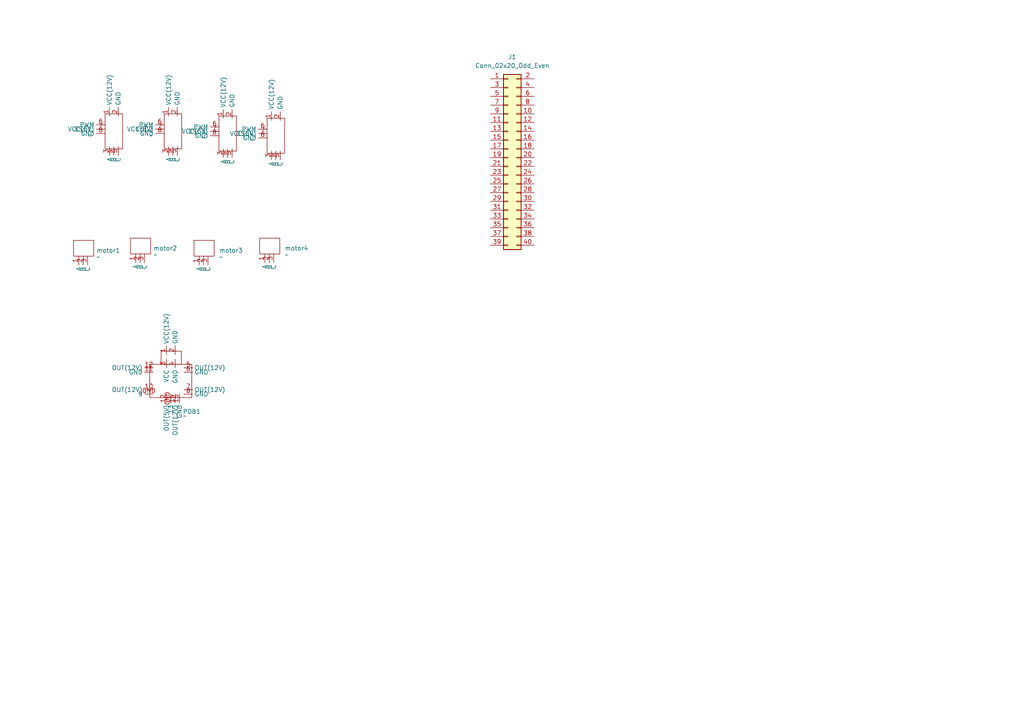
<source format=kicad_sch>
(kicad_sch
	(version 20231120)
	(generator "eeschema")
	(generator_version "8.0")
	(uuid "ab736a42-2093-4683-8c2a-a293ea374687")
	(paper "A4")
	(lib_symbols
		(symbol "Connector_Generic:Conn_02x20_Odd_Even"
			(pin_names
				(offset 1.016) hide)
			(exclude_from_sim no)
			(in_bom yes)
			(on_board yes)
			(property "Reference" "J"
				(at 1.27 25.4 0)
				(effects
					(font
						(size 1.27 1.27)
					)
				)
			)
			(property "Value" "Conn_02x20_Odd_Even"
				(at 1.27 -27.94 0)
				(effects
					(font
						(size 1.27 1.27)
					)
				)
			)
			(property "Footprint" ""
				(at 0 0 0)
				(effects
					(font
						(size 1.27 1.27)
					)
					(hide yes)
				)
			)
			(property "Datasheet" "~"
				(at 0 0 0)
				(effects
					(font
						(size 1.27 1.27)
					)
					(hide yes)
				)
			)
			(property "Description" "Generic connector, double row, 02x20, odd/even pin numbering scheme (row 1 odd numbers, row 2 even numbers), script generated (kicad-library-utils/schlib/autogen/connector/)"
				(at 0 0 0)
				(effects
					(font
						(size 1.27 1.27)
					)
					(hide yes)
				)
			)
			(property "ki_keywords" "connector"
				(at 0 0 0)
				(effects
					(font
						(size 1.27 1.27)
					)
					(hide yes)
				)
			)
			(property "ki_fp_filters" "Connector*:*_2x??_*"
				(at 0 0 0)
				(effects
					(font
						(size 1.27 1.27)
					)
					(hide yes)
				)
			)
			(symbol "Conn_02x20_Odd_Even_1_1"
				(rectangle
					(start -1.27 -25.273)
					(end 0 -25.527)
					(stroke
						(width 0.1524)
						(type default)
					)
					(fill
						(type none)
					)
				)
				(rectangle
					(start -1.27 -22.733)
					(end 0 -22.987)
					(stroke
						(width 0.1524)
						(type default)
					)
					(fill
						(type none)
					)
				)
				(rectangle
					(start -1.27 -20.193)
					(end 0 -20.447)
					(stroke
						(width 0.1524)
						(type default)
					)
					(fill
						(type none)
					)
				)
				(rectangle
					(start -1.27 -17.653)
					(end 0 -17.907)
					(stroke
						(width 0.1524)
						(type default)
					)
					(fill
						(type none)
					)
				)
				(rectangle
					(start -1.27 -15.113)
					(end 0 -15.367)
					(stroke
						(width 0.1524)
						(type default)
					)
					(fill
						(type none)
					)
				)
				(rectangle
					(start -1.27 -12.573)
					(end 0 -12.827)
					(stroke
						(width 0.1524)
						(type default)
					)
					(fill
						(type none)
					)
				)
				(rectangle
					(start -1.27 -10.033)
					(end 0 -10.287)
					(stroke
						(width 0.1524)
						(type default)
					)
					(fill
						(type none)
					)
				)
				(rectangle
					(start -1.27 -7.493)
					(end 0 -7.747)
					(stroke
						(width 0.1524)
						(type default)
					)
					(fill
						(type none)
					)
				)
				(rectangle
					(start -1.27 -4.953)
					(end 0 -5.207)
					(stroke
						(width 0.1524)
						(type default)
					)
					(fill
						(type none)
					)
				)
				(rectangle
					(start -1.27 -2.413)
					(end 0 -2.667)
					(stroke
						(width 0.1524)
						(type default)
					)
					(fill
						(type none)
					)
				)
				(rectangle
					(start -1.27 0.127)
					(end 0 -0.127)
					(stroke
						(width 0.1524)
						(type default)
					)
					(fill
						(type none)
					)
				)
				(rectangle
					(start -1.27 2.667)
					(end 0 2.413)
					(stroke
						(width 0.1524)
						(type default)
					)
					(fill
						(type none)
					)
				)
				(rectangle
					(start -1.27 5.207)
					(end 0 4.953)
					(stroke
						(width 0.1524)
						(type default)
					)
					(fill
						(type none)
					)
				)
				(rectangle
					(start -1.27 7.747)
					(end 0 7.493)
					(stroke
						(width 0.1524)
						(type default)
					)
					(fill
						(type none)
					)
				)
				(rectangle
					(start -1.27 10.287)
					(end 0 10.033)
					(stroke
						(width 0.1524)
						(type default)
					)
					(fill
						(type none)
					)
				)
				(rectangle
					(start -1.27 12.827)
					(end 0 12.573)
					(stroke
						(width 0.1524)
						(type default)
					)
					(fill
						(type none)
					)
				)
				(rectangle
					(start -1.27 15.367)
					(end 0 15.113)
					(stroke
						(width 0.1524)
						(type default)
					)
					(fill
						(type none)
					)
				)
				(rectangle
					(start -1.27 17.907)
					(end 0 17.653)
					(stroke
						(width 0.1524)
						(type default)
					)
					(fill
						(type none)
					)
				)
				(rectangle
					(start -1.27 20.447)
					(end 0 20.193)
					(stroke
						(width 0.1524)
						(type default)
					)
					(fill
						(type none)
					)
				)
				(rectangle
					(start -1.27 22.987)
					(end 0 22.733)
					(stroke
						(width 0.1524)
						(type default)
					)
					(fill
						(type none)
					)
				)
				(rectangle
					(start -1.27 24.13)
					(end 3.81 -26.67)
					(stroke
						(width 0.254)
						(type default)
					)
					(fill
						(type background)
					)
				)
				(rectangle
					(start 3.81 -25.273)
					(end 2.54 -25.527)
					(stroke
						(width 0.1524)
						(type default)
					)
					(fill
						(type none)
					)
				)
				(rectangle
					(start 3.81 -22.733)
					(end 2.54 -22.987)
					(stroke
						(width 0.1524)
						(type default)
					)
					(fill
						(type none)
					)
				)
				(rectangle
					(start 3.81 -20.193)
					(end 2.54 -20.447)
					(stroke
						(width 0.1524)
						(type default)
					)
					(fill
						(type none)
					)
				)
				(rectangle
					(start 3.81 -17.653)
					(end 2.54 -17.907)
					(stroke
						(width 0.1524)
						(type default)
					)
					(fill
						(type none)
					)
				)
				(rectangle
					(start 3.81 -15.113)
					(end 2.54 -15.367)
					(stroke
						(width 0.1524)
						(type default)
					)
					(fill
						(type none)
					)
				)
				(rectangle
					(start 3.81 -12.573)
					(end 2.54 -12.827)
					(stroke
						(width 0.1524)
						(type default)
					)
					(fill
						(type none)
					)
				)
				(rectangle
					(start 3.81 -10.033)
					(end 2.54 -10.287)
					(stroke
						(width 0.1524)
						(type default)
					)
					(fill
						(type none)
					)
				)
				(rectangle
					(start 3.81 -7.493)
					(end 2.54 -7.747)
					(stroke
						(width 0.1524)
						(type default)
					)
					(fill
						(type none)
					)
				)
				(rectangle
					(start 3.81 -4.953)
					(end 2.54 -5.207)
					(stroke
						(width 0.1524)
						(type default)
					)
					(fill
						(type none)
					)
				)
				(rectangle
					(start 3.81 -2.413)
					(end 2.54 -2.667)
					(stroke
						(width 0.1524)
						(type default)
					)
					(fill
						(type none)
					)
				)
				(rectangle
					(start 3.81 0.127)
					(end 2.54 -0.127)
					(stroke
						(width 0.1524)
						(type default)
					)
					(fill
						(type none)
					)
				)
				(rectangle
					(start 3.81 2.667)
					(end 2.54 2.413)
					(stroke
						(width 0.1524)
						(type default)
					)
					(fill
						(type none)
					)
				)
				(rectangle
					(start 3.81 5.207)
					(end 2.54 4.953)
					(stroke
						(width 0.1524)
						(type default)
					)
					(fill
						(type none)
					)
				)
				(rectangle
					(start 3.81 7.747)
					(end 2.54 7.493)
					(stroke
						(width 0.1524)
						(type default)
					)
					(fill
						(type none)
					)
				)
				(rectangle
					(start 3.81 10.287)
					(end 2.54 10.033)
					(stroke
						(width 0.1524)
						(type default)
					)
					(fill
						(type none)
					)
				)
				(rectangle
					(start 3.81 12.827)
					(end 2.54 12.573)
					(stroke
						(width 0.1524)
						(type default)
					)
					(fill
						(type none)
					)
				)
				(rectangle
					(start 3.81 15.367)
					(end 2.54 15.113)
					(stroke
						(width 0.1524)
						(type default)
					)
					(fill
						(type none)
					)
				)
				(rectangle
					(start 3.81 17.907)
					(end 2.54 17.653)
					(stroke
						(width 0.1524)
						(type default)
					)
					(fill
						(type none)
					)
				)
				(rectangle
					(start 3.81 20.447)
					(end 2.54 20.193)
					(stroke
						(width 0.1524)
						(type default)
					)
					(fill
						(type none)
					)
				)
				(rectangle
					(start 3.81 22.987)
					(end 2.54 22.733)
					(stroke
						(width 0.1524)
						(type default)
					)
					(fill
						(type none)
					)
				)
				(pin passive line
					(at -5.08 22.86 0)
					(length 3.81)
					(name "Pin_1"
						(effects
							(font
								(size 1.27 1.27)
							)
						)
					)
					(number "1"
						(effects
							(font
								(size 1.27 1.27)
							)
						)
					)
				)
				(pin passive line
					(at 7.62 12.7 180)
					(length 3.81)
					(name "Pin_10"
						(effects
							(font
								(size 1.27 1.27)
							)
						)
					)
					(number "10"
						(effects
							(font
								(size 1.27 1.27)
							)
						)
					)
				)
				(pin passive line
					(at -5.08 10.16 0)
					(length 3.81)
					(name "Pin_11"
						(effects
							(font
								(size 1.27 1.27)
							)
						)
					)
					(number "11"
						(effects
							(font
								(size 1.27 1.27)
							)
						)
					)
				)
				(pin passive line
					(at 7.62 10.16 180)
					(length 3.81)
					(name "Pin_12"
						(effects
							(font
								(size 1.27 1.27)
							)
						)
					)
					(number "12"
						(effects
							(font
								(size 1.27 1.27)
							)
						)
					)
				)
				(pin passive line
					(at -5.08 7.62 0)
					(length 3.81)
					(name "Pin_13"
						(effects
							(font
								(size 1.27 1.27)
							)
						)
					)
					(number "13"
						(effects
							(font
								(size 1.27 1.27)
							)
						)
					)
				)
				(pin passive line
					(at 7.62 7.62 180)
					(length 3.81)
					(name "Pin_14"
						(effects
							(font
								(size 1.27 1.27)
							)
						)
					)
					(number "14"
						(effects
							(font
								(size 1.27 1.27)
							)
						)
					)
				)
				(pin passive line
					(at -5.08 5.08 0)
					(length 3.81)
					(name "Pin_15"
						(effects
							(font
								(size 1.27 1.27)
							)
						)
					)
					(number "15"
						(effects
							(font
								(size 1.27 1.27)
							)
						)
					)
				)
				(pin passive line
					(at 7.62 5.08 180)
					(length 3.81)
					(name "Pin_16"
						(effects
							(font
								(size 1.27 1.27)
							)
						)
					)
					(number "16"
						(effects
							(font
								(size 1.27 1.27)
							)
						)
					)
				)
				(pin passive line
					(at -5.08 2.54 0)
					(length 3.81)
					(name "Pin_17"
						(effects
							(font
								(size 1.27 1.27)
							)
						)
					)
					(number "17"
						(effects
							(font
								(size 1.27 1.27)
							)
						)
					)
				)
				(pin passive line
					(at 7.62 2.54 180)
					(length 3.81)
					(name "Pin_18"
						(effects
							(font
								(size 1.27 1.27)
							)
						)
					)
					(number "18"
						(effects
							(font
								(size 1.27 1.27)
							)
						)
					)
				)
				(pin passive line
					(at -5.08 0 0)
					(length 3.81)
					(name "Pin_19"
						(effects
							(font
								(size 1.27 1.27)
							)
						)
					)
					(number "19"
						(effects
							(font
								(size 1.27 1.27)
							)
						)
					)
				)
				(pin passive line
					(at 7.62 22.86 180)
					(length 3.81)
					(name "Pin_2"
						(effects
							(font
								(size 1.27 1.27)
							)
						)
					)
					(number "2"
						(effects
							(font
								(size 1.27 1.27)
							)
						)
					)
				)
				(pin passive line
					(at 7.62 0 180)
					(length 3.81)
					(name "Pin_20"
						(effects
							(font
								(size 1.27 1.27)
							)
						)
					)
					(number "20"
						(effects
							(font
								(size 1.27 1.27)
							)
						)
					)
				)
				(pin passive line
					(at -5.08 -2.54 0)
					(length 3.81)
					(name "Pin_21"
						(effects
							(font
								(size 1.27 1.27)
							)
						)
					)
					(number "21"
						(effects
							(font
								(size 1.27 1.27)
							)
						)
					)
				)
				(pin passive line
					(at 7.62 -2.54 180)
					(length 3.81)
					(name "Pin_22"
						(effects
							(font
								(size 1.27 1.27)
							)
						)
					)
					(number "22"
						(effects
							(font
								(size 1.27 1.27)
							)
						)
					)
				)
				(pin passive line
					(at -5.08 -5.08 0)
					(length 3.81)
					(name "Pin_23"
						(effects
							(font
								(size 1.27 1.27)
							)
						)
					)
					(number "23"
						(effects
							(font
								(size 1.27 1.27)
							)
						)
					)
				)
				(pin passive line
					(at 7.62 -5.08 180)
					(length 3.81)
					(name "Pin_24"
						(effects
							(font
								(size 1.27 1.27)
							)
						)
					)
					(number "24"
						(effects
							(font
								(size 1.27 1.27)
							)
						)
					)
				)
				(pin passive line
					(at -5.08 -7.62 0)
					(length 3.81)
					(name "Pin_25"
						(effects
							(font
								(size 1.27 1.27)
							)
						)
					)
					(number "25"
						(effects
							(font
								(size 1.27 1.27)
							)
						)
					)
				)
				(pin passive line
					(at 7.62 -7.62 180)
					(length 3.81)
					(name "Pin_26"
						(effects
							(font
								(size 1.27 1.27)
							)
						)
					)
					(number "26"
						(effects
							(font
								(size 1.27 1.27)
							)
						)
					)
				)
				(pin passive line
					(at -5.08 -10.16 0)
					(length 3.81)
					(name "Pin_27"
						(effects
							(font
								(size 1.27 1.27)
							)
						)
					)
					(number "27"
						(effects
							(font
								(size 1.27 1.27)
							)
						)
					)
				)
				(pin passive line
					(at 7.62 -10.16 180)
					(length 3.81)
					(name "Pin_28"
						(effects
							(font
								(size 1.27 1.27)
							)
						)
					)
					(number "28"
						(effects
							(font
								(size 1.27 1.27)
							)
						)
					)
				)
				(pin passive line
					(at -5.08 -12.7 0)
					(length 3.81)
					(name "Pin_29"
						(effects
							(font
								(size 1.27 1.27)
							)
						)
					)
					(number "29"
						(effects
							(font
								(size 1.27 1.27)
							)
						)
					)
				)
				(pin passive line
					(at -5.08 20.32 0)
					(length 3.81)
					(name "Pin_3"
						(effects
							(font
								(size 1.27 1.27)
							)
						)
					)
					(number "3"
						(effects
							(font
								(size 1.27 1.27)
							)
						)
					)
				)
				(pin passive line
					(at 7.62 -12.7 180)
					(length 3.81)
					(name "Pin_30"
						(effects
							(font
								(size 1.27 1.27)
							)
						)
					)
					(number "30"
						(effects
							(font
								(size 1.27 1.27)
							)
						)
					)
				)
				(pin passive line
					(at -5.08 -15.24 0)
					(length 3.81)
					(name "Pin_31"
						(effects
							(font
								(size 1.27 1.27)
							)
						)
					)
					(number "31"
						(effects
							(font
								(size 1.27 1.27)
							)
						)
					)
				)
				(pin passive line
					(at 7.62 -15.24 180)
					(length 3.81)
					(name "Pin_32"
						(effects
							(font
								(size 1.27 1.27)
							)
						)
					)
					(number "32"
						(effects
							(font
								(size 1.27 1.27)
							)
						)
					)
				)
				(pin passive line
					(at -5.08 -17.78 0)
					(length 3.81)
					(name "Pin_33"
						(effects
							(font
								(size 1.27 1.27)
							)
						)
					)
					(number "33"
						(effects
							(font
								(size 1.27 1.27)
							)
						)
					)
				)
				(pin passive line
					(at 7.62 -17.78 180)
					(length 3.81)
					(name "Pin_34"
						(effects
							(font
								(size 1.27 1.27)
							)
						)
					)
					(number "34"
						(effects
							(font
								(size 1.27 1.27)
							)
						)
					)
				)
				(pin passive line
					(at -5.08 -20.32 0)
					(length 3.81)
					(name "Pin_35"
						(effects
							(font
								(size 1.27 1.27)
							)
						)
					)
					(number "35"
						(effects
							(font
								(size 1.27 1.27)
							)
						)
					)
				)
				(pin passive line
					(at 7.62 -20.32 180)
					(length 3.81)
					(name "Pin_36"
						(effects
							(font
								(size 1.27 1.27)
							)
						)
					)
					(number "36"
						(effects
							(font
								(size 1.27 1.27)
							)
						)
					)
				)
				(pin passive line
					(at -5.08 -22.86 0)
					(length 3.81)
					(name "Pin_37"
						(effects
							(font
								(size 1.27 1.27)
							)
						)
					)
					(number "37"
						(effects
							(font
								(size 1.27 1.27)
							)
						)
					)
				)
				(pin passive line
					(at 7.62 -22.86 180)
					(length 3.81)
					(name "Pin_38"
						(effects
							(font
								(size 1.27 1.27)
							)
						)
					)
					(number "38"
						(effects
							(font
								(size 1.27 1.27)
							)
						)
					)
				)
				(pin passive line
					(at -5.08 -25.4 0)
					(length 3.81)
					(name "Pin_39"
						(effects
							(font
								(size 1.27 1.27)
							)
						)
					)
					(number "39"
						(effects
							(font
								(size 1.27 1.27)
							)
						)
					)
				)
				(pin passive line
					(at 7.62 20.32 180)
					(length 3.81)
					(name "Pin_4"
						(effects
							(font
								(size 1.27 1.27)
							)
						)
					)
					(number "4"
						(effects
							(font
								(size 1.27 1.27)
							)
						)
					)
				)
				(pin passive line
					(at 7.62 -25.4 180)
					(length 3.81)
					(name "Pin_40"
						(effects
							(font
								(size 1.27 1.27)
							)
						)
					)
					(number "40"
						(effects
							(font
								(size 1.27 1.27)
							)
						)
					)
				)
				(pin passive line
					(at -5.08 17.78 0)
					(length 3.81)
					(name "Pin_5"
						(effects
							(font
								(size 1.27 1.27)
							)
						)
					)
					(number "5"
						(effects
							(font
								(size 1.27 1.27)
							)
						)
					)
				)
				(pin passive line
					(at 7.62 17.78 180)
					(length 3.81)
					(name "Pin_6"
						(effects
							(font
								(size 1.27 1.27)
							)
						)
					)
					(number "6"
						(effects
							(font
								(size 1.27 1.27)
							)
						)
					)
				)
				(pin passive line
					(at -5.08 15.24 0)
					(length 3.81)
					(name "Pin_7"
						(effects
							(font
								(size 1.27 1.27)
							)
						)
					)
					(number "7"
						(effects
							(font
								(size 1.27 1.27)
							)
						)
					)
				)
				(pin passive line
					(at 7.62 15.24 180)
					(length 3.81)
					(name "Pin_8"
						(effects
							(font
								(size 1.27 1.27)
							)
						)
					)
					(number "8"
						(effects
							(font
								(size 1.27 1.27)
							)
						)
					)
				)
				(pin passive line
					(at -5.08 12.7 0)
					(length 3.81)
					(name "Pin_9"
						(effects
							(font
								(size 1.27 1.27)
							)
						)
					)
					(number "9"
						(effects
							(font
								(size 1.27 1.27)
							)
						)
					)
				)
			)
		)
		(symbol "drone:ESC"
			(exclude_from_sim no)
			(in_bom yes)
			(on_board yes)
			(property "Reference" "ESC"
				(at 0 0 0)
				(effects
					(font
						(size 1.27 1.27)
					)
				)
			)
			(property "Value" ""
				(at 0 0 0)
				(effects
					(font
						(size 1.27 1.27)
					)
				)
			)
			(property "Footprint" ""
				(at 0 0 0)
				(effects
					(font
						(size 1.27 1.27)
					)
					(hide yes)
				)
			)
			(property "Datasheet" ""
				(at 0 0 0)
				(effects
					(font
						(size 1.27 1.27)
					)
					(hide yes)
				)
			)
			(property "Description" ""
				(at 0 0 0)
				(effects
					(font
						(size 1.27 1.27)
					)
					(hide yes)
				)
			)
			(symbol "ESC_0_1"
				(rectangle
					(start -2.54 3.175)
					(end 2.54 -6.985)
					(stroke
						(width 0)
						(type default)
					)
					(fill
						(type none)
					)
				)
			)
			(symbol "ESC_1_1"
				(pin input line
					(at -1.27 2.54 90)
					(length 2.54)
					(name "VCC(12V)"
						(effects
							(font
								(size 1.27 1.27)
							)
						)
					)
					(number "1"
						(effects
							(font
								(size 1.27 1.27)
							)
						)
					)
				)
				(pin input line
					(at 1.27 2.54 90)
					(length 2.54)
					(name "GND"
						(effects
							(font
								(size 1.27 1.27)
							)
						)
					)
					(number "2"
						(effects
							(font
								(size 1.27 1.27)
							)
						)
					)
				)
				(pin output line
					(at -1.27 -6.35 270)
					(length 2.54)
					(name "A"
						(effects
							(font
								(size 1.27 1.27)
							)
						)
					)
					(number "3"
						(effects
							(font
								(size 1.27 1.27)
							)
						)
					)
				)
				(pin output line
					(at 0 -6.35 270)
					(length 2.54)
					(name "B"
						(effects
							(font
								(size 1.27 1.27)
							)
						)
					)
					(number "4"
						(effects
							(font
								(size 1.27 1.27)
							)
						)
					)
				)
				(pin output line
					(at 1.27 -6.35 270)
					(length 2.54)
					(name "C"
						(effects
							(font
								(size 1.27 1.27)
							)
						)
					)
					(number "5"
						(effects
							(font
								(size 1.27 1.27)
							)
						)
					)
				)
				(pin input line
					(at -2.54 0 180)
					(length 2.54)
					(name "PWM"
						(effects
							(font
								(size 1.27 1.27)
							)
						)
					)
					(number "6"
						(effects
							(font
								(size 1.27 1.27)
							)
						)
					)
				)
				(pin input line
					(at -2.54 -1.27 180)
					(length 2.54)
					(name "VCC(5V)"
						(effects
							(font
								(size 1.27 1.27)
							)
						)
					)
					(number "7"
						(effects
							(font
								(size 1.27 1.27)
							)
						)
					)
				)
				(pin input line
					(at -2.54 -2.54 180)
					(length 2.54)
					(name "GND"
						(effects
							(font
								(size 1.27 1.27)
							)
						)
					)
					(number "8"
						(effects
							(font
								(size 1.27 1.27)
							)
						)
					)
				)
			)
		)
		(symbol "drone:PDB"
			(exclude_from_sim no)
			(in_bom yes)
			(on_board yes)
			(property "Reference" "PDB"
				(at 0 0 0)
				(effects
					(font
						(size 1.27 1.27)
					)
				)
			)
			(property "Value" ""
				(at 0 0 0)
				(effects
					(font
						(size 1.27 1.27)
					)
				)
			)
			(property "Footprint" ""
				(at 0 0 0)
				(effects
					(font
						(size 1.27 1.27)
					)
					(hide yes)
				)
			)
			(property "Datasheet" ""
				(at 0 0 0)
				(effects
					(font
						(size 1.27 1.27)
					)
					(hide yes)
				)
			)
			(property "Description" ""
				(at 0 0 0)
				(effects
					(font
						(size 1.27 1.27)
					)
					(hide yes)
				)
			)
			(symbol "PDB_0_1"
				(rectangle
					(start -6.096 3.556)
					(end 6.096 -6.096)
					(stroke
						(width 0)
						(type default)
					)
					(fill
						(type none)
					)
				)
				(rectangle
					(start -2.794 3.556)
					(end 3.048 7.366)
					(stroke
						(width 0)
						(type default)
					)
					(fill
						(type none)
					)
				)
			)
			(symbol "PDB_1_1"
				(pin input line
					(at -1.27 6.35 90)
					(length 2.54)
					(name "VCC(12V)"
						(effects
							(font
								(size 1.27 1.27)
							)
						)
					)
					(number "1"
						(effects
							(font
								(size 1.27 1.27)
							)
						)
					)
				)
				(pin output line
					(at -5.08 -3.81 180)
					(length 2.54)
					(name "OUT(12V)"
						(effects
							(font
								(size 1.27 1.27)
							)
						)
					)
					(number "10"
						(effects
							(font
								(size 1.27 1.27)
							)
						)
					)
				)
				(pin output line
					(at -5.08 1.27 180)
					(length 2.54)
					(name "GND"
						(effects
							(font
								(size 1.27 1.27)
							)
						)
					)
					(number "11"
						(effects
							(font
								(size 1.27 1.27)
							)
						)
					)
				)
				(pin output line
					(at -5.08 2.54 180)
					(length 2.54)
					(name "OUT(12V)"
						(effects
							(font
								(size 1.27 1.27)
							)
						)
					)
					(number "12"
						(effects
							(font
								(size 1.27 1.27)
							)
						)
					)
				)
				(pin output line
					(at -1.27 -5.08 270)
					(length 2.54)
					(name "OUT(5V)"
						(effects
							(font
								(size 1.27 1.27)
							)
						)
					)
					(number "12"
						(effects
							(font
								(size 1.27 1.27)
							)
						)
					)
				)
				(pin output line
					(at 1.27 -5.08 270)
					(length 2.54)
					(name "OUT(12V)"
						(effects
							(font
								(size 1.27 1.27)
							)
						)
					)
					(number "14"
						(effects
							(font
								(size 1.27 1.27)
							)
						)
					)
				)
				(pin output line
					(at 2.54 -5.08 270)
					(length 2.54)
					(name "GND"
						(effects
							(font
								(size 1.27 1.27)
							)
						)
					)
					(number "15"
						(effects
							(font
								(size 1.27 1.27)
							)
						)
					)
				)
				(pin input line
					(at 1.27 6.35 90)
					(length 2.54)
					(name "GND"
						(effects
							(font
								(size 1.27 1.27)
							)
						)
					)
					(number "2"
						(effects
							(font
								(size 1.27 1.27)
							)
						)
					)
				)
				(pin input line
					(at -1.27 5.08 270)
					(length 2.54)
					(name "VCC"
						(effects
							(font
								(size 1.27 1.27)
							)
						)
					)
					(number "3"
						(effects
							(font
								(size 1.27 1.27)
							)
						)
					)
				)
				(pin input line
					(at 1.27 5.08 270)
					(length 2.54)
					(name "GND"
						(effects
							(font
								(size 1.27 1.27)
							)
						)
					)
					(number "4"
						(effects
							(font
								(size 1.27 1.27)
							)
						)
					)
				)
				(pin output line
					(at 3.81 2.54 0)
					(length 2.54)
					(name "OUT(12V)"
						(effects
							(font
								(size 1.27 1.27)
							)
						)
					)
					(number "5"
						(effects
							(font
								(size 1.27 1.27)
							)
						)
					)
				)
				(pin output line
					(at 3.81 1.27 0)
					(length 2.54)
					(name "GND"
						(effects
							(font
								(size 1.27 1.27)
							)
						)
					)
					(number "6"
						(effects
							(font
								(size 1.27 1.27)
							)
						)
					)
				)
				(pin output line
					(at 3.81 -3.81 0)
					(length 2.54)
					(name "OUT(12V)"
						(effects
							(font
								(size 1.27 1.27)
							)
						)
					)
					(number "7"
						(effects
							(font
								(size 1.27 1.27)
							)
						)
					)
				)
				(pin output line
					(at 3.81 -5.08 0)
					(length 2.54)
					(name "GND"
						(effects
							(font
								(size 1.27 1.27)
							)
						)
					)
					(number "8"
						(effects
							(font
								(size 1.27 1.27)
							)
						)
					)
				)
				(pin output line
					(at 0 -5.08 270)
					(length 2.54)
					(name "13"
						(effects
							(font
								(size 1.27 1.27)
							)
						)
					)
					(number "GND"
						(effects
							(font
								(size 1.27 1.27)
							)
						)
					)
				)
				(pin output line
					(at -5.08 -5.08 180)
					(length 2.54)
					(name "9"
						(effects
							(font
								(size 1.27 1.27)
							)
						)
					)
					(number "GND"
						(effects
							(font
								(size 1.27 1.27)
							)
						)
					)
				)
			)
		)
		(symbol "drone:motor"
			(exclude_from_sim no)
			(in_bom yes)
			(on_board yes)
			(property "Reference" "motor"
				(at 0 0 0)
				(effects
					(font
						(size 1.27 1.27)
					)
				)
			)
			(property "Value" ""
				(at 0 0 0)
				(effects
					(font
						(size 1.27 1.27)
					)
				)
			)
			(property "Footprint" ""
				(at 0 0 0)
				(effects
					(font
						(size 1.27 1.27)
					)
					(hide yes)
				)
			)
			(property "Datasheet" ""
				(at 0 0 0)
				(effects
					(font
						(size 1.27 1.27)
					)
					(hide yes)
				)
			)
			(property "Description" ""
				(at 0 0 0)
				(effects
					(font
						(size 1.27 1.27)
					)
					(hide yes)
				)
			)
			(symbol "motor_0_1"
				(rectangle
					(start -2.794 2.032)
					(end 3.048 -2.54)
					(stroke
						(width 0)
						(type default)
					)
					(fill
						(type none)
					)
				)
			)
			(symbol "motor_1_1"
				(pin input line
					(at -1.27 -2.54 270)
					(length 2.54)
					(name "A"
						(effects
							(font
								(size 1.27 1.27)
							)
						)
					)
					(number "1"
						(effects
							(font
								(size 1.27 1.27)
							)
						)
					)
				)
				(pin input line
					(at 0 -2.54 270)
					(length 2.54)
					(name "B"
						(effects
							(font
								(size 1.27 1.27)
							)
						)
					)
					(number "2"
						(effects
							(font
								(size 1.27 1.27)
							)
						)
					)
				)
				(pin input line
					(at 1.27 -2.54 270)
					(length 2.54)
					(name "C"
						(effects
							(font
								(size 1.27 1.27)
							)
						)
					)
					(number "3"
						(effects
							(font
								(size 1.27 1.27)
							)
						)
					)
				)
			)
		)
	)
	(symbol
		(lib_id "drone:motor")
		(at 78.105 71.12 0)
		(unit 1)
		(exclude_from_sim no)
		(in_bom yes)
		(on_board yes)
		(dnp no)
		(fields_autoplaced yes)
		(uuid "18a850e2-76ee-40f4-9ec7-6df556352d95")
		(property "Reference" "motor4"
			(at 82.55 72.0089 0)
			(effects
				(font
					(size 1.27 1.27)
				)
				(justify left)
			)
		)
		(property "Value" "~"
			(at 82.55 73.914 0)
			(effects
				(font
					(size 1.27 1.27)
				)
				(justify left)
			)
		)
		(property "Footprint" ""
			(at 78.105 71.12 0)
			(effects
				(font
					(size 1.27 1.27)
				)
				(hide yes)
			)
		)
		(property "Datasheet" ""
			(at 78.105 71.12 0)
			(effects
				(font
					(size 1.27 1.27)
				)
				(hide yes)
			)
		)
		(property "Description" ""
			(at 78.105 71.12 0)
			(effects
				(font
					(size 1.27 1.27)
				)
				(hide yes)
			)
		)
		(pin "3"
			(uuid "a2a305d1-a41e-47ab-a3c2-f9f0a913d40c")
		)
		(pin "1"
			(uuid "2dbd47f9-8d58-447a-b1a0-4fae4cc36d4e")
		)
		(pin "2"
			(uuid "05d788fc-ac42-4fbe-8b0f-328356995982")
		)
		(instances
			(project ""
				(path "/ab736a42-2093-4683-8c2a-a293ea374687"
					(reference "motor4")
					(unit 1)
				)
			)
		)
	)
	(symbol
		(lib_id "drone:motor")
		(at 40.64 71.12 0)
		(unit 1)
		(exclude_from_sim no)
		(in_bom yes)
		(on_board yes)
		(dnp no)
		(fields_autoplaced yes)
		(uuid "52663069-3046-416c-aa41-8acb1db7c750")
		(property "Reference" "motor2"
			(at 44.45 72.0089 0)
			(effects
				(font
					(size 1.27 1.27)
				)
				(justify left)
			)
		)
		(property "Value" "~"
			(at 44.45 73.914 0)
			(effects
				(font
					(size 1.27 1.27)
				)
				(justify left)
			)
		)
		(property "Footprint" ""
			(at 40.64 71.12 0)
			(effects
				(font
					(size 1.27 1.27)
				)
				(hide yes)
			)
		)
		(property "Datasheet" ""
			(at 40.64 71.12 0)
			(effects
				(font
					(size 1.27 1.27)
				)
				(hide yes)
			)
		)
		(property "Description" ""
			(at 40.64 71.12 0)
			(effects
				(font
					(size 1.27 1.27)
				)
				(hide yes)
			)
		)
		(pin "2"
			(uuid "d24e9875-1362-4078-b26f-3961a6000527")
		)
		(pin "1"
			(uuid "8b6aa3a6-d2d4-4a45-ab30-fb2a64ff9364")
		)
		(pin "3"
			(uuid "850a4a36-46a1-43a6-bda3-cf469cfec74c")
		)
		(instances
			(project ""
				(path "/ab736a42-2093-4683-8c2a-a293ea374687"
					(reference "motor2")
					(unit 1)
				)
			)
		)
	)
	(symbol
		(lib_id "drone:ESC")
		(at 33.02 36.195 0)
		(unit 1)
		(exclude_from_sim no)
		(in_bom yes)
		(on_board yes)
		(dnp no)
		(fields_autoplaced yes)
		(uuid "5af0b4f3-ff9a-45e0-a590-ecd2933f50a9")
		(property "Reference" "ESC1"
			(at 26.67 37.4649 0)
			(effects
				(font
					(size 1.27 1.27)
				)
				(justify right)
			)
		)
		(property "Value" "~"
			(at 26.67 39.37 0)
			(effects
				(font
					(size 1.27 1.27)
				)
				(justify right)
			)
		)
		(property "Footprint" ""
			(at 33.02 36.195 0)
			(effects
				(font
					(size 1.27 1.27)
				)
				(hide yes)
			)
		)
		(property "Datasheet" ""
			(at 33.02 36.195 0)
			(effects
				(font
					(size 1.27 1.27)
				)
				(hide yes)
			)
		)
		(property "Description" ""
			(at 33.02 36.195 0)
			(effects
				(font
					(size 1.27 1.27)
				)
				(hide yes)
			)
		)
		(pin "5"
			(uuid "0bb6b16c-7c2a-4e23-a616-191d7d504793")
		)
		(pin "1"
			(uuid "435be626-d7c7-47d2-bbb2-c4f22a821a3f")
		)
		(pin "3"
			(uuid "cce303cf-9bb1-411d-be57-ebdd3479cab4")
		)
		(pin "7"
			(uuid "2e9f22dc-37d0-41a4-bebc-6c330f2bec8f")
		)
		(pin "4"
			(uuid "73ac8507-bc2d-4dc7-9f12-d29eb640c291")
		)
		(pin "8"
			(uuid "7af35c9d-527e-474d-80a5-473ea263f0f1")
		)
		(pin "6"
			(uuid "e84d4e38-4cf8-4470-8b77-cb0c1c883d08")
		)
		(pin "2"
			(uuid "08c1dcfd-d824-485a-8fd4-06d8a9c5e275")
		)
		(instances
			(project ""
				(path "/ab736a42-2093-4683-8c2a-a293ea374687"
					(reference "ESC1")
					(unit 1)
				)
			)
		)
	)
	(symbol
		(lib_id "drone:PDB")
		(at 49.53 109.22 0)
		(unit 1)
		(exclude_from_sim no)
		(in_bom yes)
		(on_board yes)
		(dnp no)
		(fields_autoplaced yes)
		(uuid "717bd103-d664-4ed8-96b1-550b5ac6acaa")
		(property "Reference" "PDB1"
			(at 52.9941 119.38 0)
			(effects
				(font
					(size 1.27 1.27)
				)
				(justify left)
			)
		)
		(property "Value" "~"
			(at 52.9941 120.65 0)
			(effects
				(font
					(size 1.27 1.27)
				)
				(justify left)
			)
		)
		(property "Footprint" ""
			(at 49.53 109.22 0)
			(effects
				(font
					(size 1.27 1.27)
				)
				(hide yes)
			)
		)
		(property "Datasheet" ""
			(at 49.53 109.22 0)
			(effects
				(font
					(size 1.27 1.27)
				)
				(hide yes)
			)
		)
		(property "Description" ""
			(at 49.53 109.22 0)
			(effects
				(font
					(size 1.27 1.27)
				)
				(hide yes)
			)
		)
		(pin "7"
			(uuid "1ddb5f3c-068f-48dc-ae45-5cebd3dffd2e")
		)
		(pin "12"
			(uuid "a70ce8b1-1092-4014-8713-a0e29d6ed7a0")
		)
		(pin "8"
			(uuid "b43aad36-26a0-44c1-b5c1-87b174990787")
		)
		(pin "5"
			(uuid "d237c3dd-a71f-43fb-8088-4643955f8704")
		)
		(pin "GND"
			(uuid "5839f3d6-508e-46b4-86e6-62ed63586459")
		)
		(pin "12"
			(uuid "5ae4f94e-9caf-4b5b-8fa0-9dcd17109c4f")
		)
		(pin "15"
			(uuid "5b8840ac-45b0-4156-ba89-0be5720b9946")
		)
		(pin "2"
			(uuid "e7cb11fc-beef-43cc-a39f-b867a1d3b906")
		)
		(pin "4"
			(uuid "1243be80-abac-45c6-bd88-d38d3c7f5633")
		)
		(pin "6"
			(uuid "2d8fb9a5-2a32-414b-aeb6-dbabd98cea11")
		)
		(pin "11"
			(uuid "9456fe32-4d32-44b0-b60a-b302eb2fbdf9")
		)
		(pin "1"
			(uuid "7f0c76e7-ebfa-4a51-b1b3-2450330a6fd3")
		)
		(pin "14"
			(uuid "97bc0aaf-d8f1-4177-8f70-d1004540675f")
		)
		(pin "GND"
			(uuid "36e2c326-8dff-4e23-b76e-8a9e75dbb573")
		)
		(pin "10"
			(uuid "24b77f32-46ed-4d90-afa6-0da85a4c2255")
		)
		(pin "3"
			(uuid "dcb182f3-cdaf-430a-a3d8-723200d34b1e")
		)
		(instances
			(project ""
				(path "/ab736a42-2093-4683-8c2a-a293ea374687"
					(reference "PDB1")
					(unit 1)
				)
			)
		)
	)
	(symbol
		(lib_id "drone:ESC")
		(at 80.01 37.465 0)
		(unit 1)
		(exclude_from_sim no)
		(in_bom yes)
		(on_board yes)
		(dnp no)
		(fields_autoplaced yes)
		(uuid "b0e31a9b-37fd-4bf9-8a8b-7dc135b4a4af")
		(property "Reference" "ESC4"
			(at 73.66 38.7349 0)
			(effects
				(font
					(size 1.27 1.27)
				)
				(justify right)
			)
		)
		(property "Value" "~"
			(at 73.66 40.64 0)
			(effects
				(font
					(size 1.27 1.27)
				)
				(justify right)
			)
		)
		(property "Footprint" ""
			(at 80.01 37.465 0)
			(effects
				(font
					(size 1.27 1.27)
				)
				(hide yes)
			)
		)
		(property "Datasheet" ""
			(at 80.01 37.465 0)
			(effects
				(font
					(size 1.27 1.27)
				)
				(hide yes)
			)
		)
		(property "Description" ""
			(at 80.01 37.465 0)
			(effects
				(font
					(size 1.27 1.27)
				)
				(hide yes)
			)
		)
		(pin "7"
			(uuid "02f410e1-3772-4c32-bf0e-0b4f48ad300c")
		)
		(pin "6"
			(uuid "faf63dcc-4173-4856-bf50-6fc56be8648f")
		)
		(pin "8"
			(uuid "a8d34f3c-e6fb-4c7e-a07d-44450e4ab95b")
		)
		(pin "5"
			(uuid "d91a9f86-bdc2-4af6-9f21-b12ea89b50f0")
		)
		(pin "1"
			(uuid "1da6ff1e-0b92-4bdc-92a4-8b6b0742a124")
		)
		(pin "2"
			(uuid "f3749cc2-80dd-4b1b-94b3-fdaaf80fa178")
		)
		(pin "3"
			(uuid "ace81d38-f811-4094-8ad2-6fb7e9c0882c")
		)
		(pin "4"
			(uuid "bebe31bc-f522-4013-bbe7-5aea279710a4")
		)
		(instances
			(project ""
				(path "/ab736a42-2093-4683-8c2a-a293ea374687"
					(reference "ESC4")
					(unit 1)
				)
			)
		)
	)
	(symbol
		(lib_id "Connector_Generic:Conn_02x20_Odd_Even")
		(at 147.32 45.72 0)
		(unit 1)
		(exclude_from_sim no)
		(in_bom yes)
		(on_board yes)
		(dnp no)
		(fields_autoplaced yes)
		(uuid "c8cda2b5-f3db-4655-a9ab-8ac8a11d0935")
		(property "Reference" "J1"
			(at 148.59 16.51 0)
			(effects
				(font
					(size 1.27 1.27)
				)
			)
		)
		(property "Value" "Conn_02x20_Odd_Even"
			(at 148.59 19.05 0)
			(effects
				(font
					(size 1.27 1.27)
				)
			)
		)
		(property "Footprint" ""
			(at 147.32 45.72 0)
			(effects
				(font
					(size 1.27 1.27)
				)
				(hide yes)
			)
		)
		(property "Datasheet" "~"
			(at 147.32 45.72 0)
			(effects
				(font
					(size 1.27 1.27)
				)
				(hide yes)
			)
		)
		(property "Description" "Generic connector, double row, 02x20, odd/even pin numbering scheme (row 1 odd numbers, row 2 even numbers), script generated (kicad-library-utils/schlib/autogen/connector/)"
			(at 147.32 45.72 0)
			(effects
				(font
					(size 1.27 1.27)
				)
				(hide yes)
			)
		)
		(pin "2"
			(uuid "25fc3d87-160c-49a5-a564-f355c0965d1e")
		)
		(pin "37"
			(uuid "39b96dcf-93ff-42e0-9018-7cabacc09807")
		)
		(pin "12"
			(uuid "6d094d28-e752-4111-88c8-4865ea2733cc")
		)
		(pin "22"
			(uuid "9a5a7ed2-c0c9-47f5-9d72-3cfaeb4ab6fd")
		)
		(pin "10"
			(uuid "565e1b54-68ca-4f53-ba28-cfa5c6fafaea")
		)
		(pin "14"
			(uuid "109f7835-cbae-4a8a-bca0-c38fe3698c9d")
		)
		(pin "24"
			(uuid "b041b3c7-2872-4f12-a96d-5367e4dc32a2")
		)
		(pin "15"
			(uuid "c7256c0a-c187-49aa-a6dc-96559254fb00")
		)
		(pin "17"
			(uuid "f49eb1c9-406a-4913-a4a4-d842671787c3")
		)
		(pin "19"
			(uuid "c38dacce-e172-4ce9-9fef-cce7a7f8717b")
		)
		(pin "18"
			(uuid "df1daa9b-4443-4a5b-9767-2681cfa32a8e")
		)
		(pin "20"
			(uuid "acca0e43-d3ca-40ee-ae36-f9a68d68e110")
		)
		(pin "23"
			(uuid "61a1c326-f4d7-4a7d-b0d4-27d51fc807bf")
		)
		(pin "25"
			(uuid "3960ffbc-2748-4b90-a0bc-19fa81fb2530")
		)
		(pin "30"
			(uuid "510f2e2f-7134-474c-b4eb-3699984bccd2")
		)
		(pin "29"
			(uuid "2281dfbd-89ce-4a86-b8f1-689b162d00c0")
		)
		(pin "36"
			(uuid "88a14e33-84b3-4819-b86e-781ce02f19fa")
		)
		(pin "31"
			(uuid "269d1471-a8ce-4a04-9f2c-d55a0251a3e8")
		)
		(pin "27"
			(uuid "b5ad846a-0560-47fa-867a-2d1dc2d0e411")
		)
		(pin "34"
			(uuid "e841578e-0821-41ec-8161-8261f3764bcc")
		)
		(pin "38"
			(uuid "cc0d80eb-04ad-45ba-9759-a4673451d361")
		)
		(pin "13"
			(uuid "f7a6597a-307f-434c-adbb-b3642ee0f979")
		)
		(pin "39"
			(uuid "296da9a3-6514-4912-a1a8-947781653056")
		)
		(pin "1"
			(uuid "ba7a084f-8839-406a-adb4-5d10318f4b54")
		)
		(pin "4"
			(uuid "9e4b46c8-93d2-4653-9de4-5d39500b8c50")
		)
		(pin "11"
			(uuid "b5f0a541-dc4a-4e90-95f4-fb1c0afbf1e3")
		)
		(pin "26"
			(uuid "677651e3-8b16-4a56-a7ef-9a192832e382")
		)
		(pin "33"
			(uuid "5aec0676-2ee9-46e5-9dea-2731dbed4bdc")
		)
		(pin "21"
			(uuid "734f76ab-a883-4666-bb0a-452f1769c7c3")
		)
		(pin "35"
			(uuid "b3c005d4-c60f-4b79-a189-524363639f3b")
		)
		(pin "40"
			(uuid "cf8de574-494f-4533-acb3-b753b2939f26")
		)
		(pin "32"
			(uuid "ec5af17f-815f-4635-b515-74252640ddbb")
		)
		(pin "28"
			(uuid "d02ee24e-5fb6-4605-8cb8-02b6b93ed252")
		)
		(pin "6"
			(uuid "2349ee94-779f-4122-81d7-2265e89c10bd")
		)
		(pin "5"
			(uuid "8ab9ca29-11a6-49c3-89de-a9ee1e70d519")
		)
		(pin "7"
			(uuid "2032870c-e502-4a76-a8ba-51c2c41d4b00")
		)
		(pin "8"
			(uuid "1f8372d0-1dab-4628-b72c-7d8e52428872")
		)
		(pin "9"
			(uuid "9f156a0d-5873-467c-a429-6eb4c7d81e2b")
		)
		(pin "16"
			(uuid "16542af9-1420-4191-8266-7070c796d1ef")
		)
		(pin "3"
			(uuid "31a03f70-df60-4cfa-8637-d8ce5cd0a729")
		)
		(instances
			(project ""
				(path "/ab736a42-2093-4683-8c2a-a293ea374687"
					(reference "J1")
					(unit 1)
				)
			)
		)
	)
	(symbol
		(lib_id "drone:ESC")
		(at 50.165 36.195 0)
		(unit 1)
		(exclude_from_sim no)
		(in_bom yes)
		(on_board yes)
		(dnp no)
		(fields_autoplaced yes)
		(uuid "d3283746-6b89-4999-b7e7-483e6b0eca36")
		(property "Reference" "ESC2"
			(at 44.45 37.4649 0)
			(effects
				(font
					(size 1.27 1.27)
				)
				(justify right)
			)
		)
		(property "Value" "~"
			(at 44.45 39.37 0)
			(effects
				(font
					(size 1.27 1.27)
				)
				(justify right)
			)
		)
		(property "Footprint" ""
			(at 50.165 36.195 0)
			(effects
				(font
					(size 1.27 1.27)
				)
				(hide yes)
			)
		)
		(property "Datasheet" ""
			(at 50.165 36.195 0)
			(effects
				(font
					(size 1.27 1.27)
				)
				(hide yes)
			)
		)
		(property "Description" ""
			(at 50.165 36.195 0)
			(effects
				(font
					(size 1.27 1.27)
				)
				(hide yes)
			)
		)
		(pin "4"
			(uuid "11701a91-f9a1-4d39-ba81-0e5172c9c2bb")
		)
		(pin "1"
			(uuid "c448e452-9214-44a8-9525-a7bfcf40223d")
		)
		(pin "7"
			(uuid "d3aa805e-a81e-4113-a81a-162fafdf3fef")
		)
		(pin "5"
			(uuid "83597da1-9c4b-4dab-8252-54d41271be04")
		)
		(pin "8"
			(uuid "21d4956f-33e8-4a06-b2fe-7cb57f00e573")
		)
		(pin "3"
			(uuid "e99d5559-651a-4b7a-9de1-4a5ef21d24a6")
		)
		(pin "2"
			(uuid "3d5435b9-3a8c-4484-b88c-bb08358984ce")
		)
		(pin "6"
			(uuid "90415778-dadc-4785-b32f-c190d5a07b2b")
		)
		(instances
			(project ""
				(path "/ab736a42-2093-4683-8c2a-a293ea374687"
					(reference "ESC2")
					(unit 1)
				)
			)
		)
	)
	(symbol
		(lib_id "drone:motor")
		(at 24.13 71.755 0)
		(unit 1)
		(exclude_from_sim no)
		(in_bom yes)
		(on_board yes)
		(dnp no)
		(fields_autoplaced yes)
		(uuid "e9a91f9c-362f-4e94-9803-61a8bb3396f3")
		(property "Reference" "motor1"
			(at 27.94 72.6439 0)
			(effects
				(font
					(size 1.27 1.27)
				)
				(justify left)
			)
		)
		(property "Value" "~"
			(at 27.94 74.549 0)
			(effects
				(font
					(size 1.27 1.27)
				)
				(justify left)
			)
		)
		(property "Footprint" ""
			(at 24.13 71.755 0)
			(effects
				(font
					(size 1.27 1.27)
				)
				(hide yes)
			)
		)
		(property "Datasheet" ""
			(at 24.13 71.755 0)
			(effects
				(font
					(size 1.27 1.27)
				)
				(hide yes)
			)
		)
		(property "Description" ""
			(at 24.13 71.755 0)
			(effects
				(font
					(size 1.27 1.27)
				)
				(hide yes)
			)
		)
		(pin "3"
			(uuid "1228a8c4-7c79-44bc-bbb5-93290a47b72a")
		)
		(pin "2"
			(uuid "e0f18f0a-993d-4015-9b88-4b1f61e4b453")
		)
		(pin "1"
			(uuid "5cc0c957-04bd-403d-ae2e-d0f6070bd5d2")
		)
		(instances
			(project ""
				(path "/ab736a42-2093-4683-8c2a-a293ea374687"
					(reference "motor1")
					(unit 1)
				)
			)
		)
	)
	(symbol
		(lib_id "drone:ESC")
		(at 66.04 36.83 0)
		(unit 1)
		(exclude_from_sim no)
		(in_bom yes)
		(on_board yes)
		(dnp no)
		(fields_autoplaced yes)
		(uuid "f3b93544-e738-4f08-8863-81306bf535fd")
		(property "Reference" "ESC3"
			(at 59.69 38.0999 0)
			(effects
				(font
					(size 1.27 1.27)
				)
				(justify right)
			)
		)
		(property "Value" "~"
			(at 59.69 40.005 0)
			(effects
				(font
					(size 1.27 1.27)
				)
				(justify right)
			)
		)
		(property "Footprint" ""
			(at 66.04 36.83 0)
			(effects
				(font
					(size 1.27 1.27)
				)
				(hide yes)
			)
		)
		(property "Datasheet" ""
			(at 66.04 36.83 0)
			(effects
				(font
					(size 1.27 1.27)
				)
				(hide yes)
			)
		)
		(property "Description" ""
			(at 66.04 36.83 0)
			(effects
				(font
					(size 1.27 1.27)
				)
				(hide yes)
			)
		)
		(pin "6"
			(uuid "08d6d549-84fe-420e-8a8e-ed6f43e0db4c")
		)
		(pin "8"
			(uuid "6af9a0e6-edaf-4b01-b75d-4ffb58924c1b")
		)
		(pin "4"
			(uuid "a6d60e40-e992-4363-9963-62f58b9e9282")
		)
		(pin "5"
			(uuid "e6050329-d816-41fd-9330-e78d88bc5b27")
		)
		(pin "3"
			(uuid "d7719b3b-3729-40d0-86bc-dbe58b230dd6")
		)
		(pin "7"
			(uuid "bebb4710-d929-4e16-a55f-14caadc9d406")
		)
		(pin "2"
			(uuid "3eec297e-3067-40cf-bd94-975af896ca05")
		)
		(pin "1"
			(uuid "d6e57d8d-c2d6-44ff-8cf5-5361aea3483d")
		)
		(instances
			(project ""
				(path "/ab736a42-2093-4683-8c2a-a293ea374687"
					(reference "ESC3")
					(unit 1)
				)
			)
		)
	)
	(symbol
		(lib_id "drone:motor")
		(at 59.055 71.755 0)
		(unit 1)
		(exclude_from_sim no)
		(in_bom yes)
		(on_board yes)
		(dnp no)
		(fields_autoplaced yes)
		(uuid "f694cfba-fc75-4b73-94e6-d71b6ab8191d")
		(property "Reference" "motor3"
			(at 63.5 72.6439 0)
			(effects
				(font
					(size 1.27 1.27)
				)
				(justify left)
			)
		)
		(property "Value" "~"
			(at 63.5 74.549 0)
			(effects
				(font
					(size 1.27 1.27)
				)
				(justify left)
			)
		)
		(property "Footprint" ""
			(at 59.055 71.755 0)
			(effects
				(font
					(size 1.27 1.27)
				)
				(hide yes)
			)
		)
		(property "Datasheet" ""
			(at 59.055 71.755 0)
			(effects
				(font
					(size 1.27 1.27)
				)
				(hide yes)
			)
		)
		(property "Description" ""
			(at 59.055 71.755 0)
			(effects
				(font
					(size 1.27 1.27)
				)
				(hide yes)
			)
		)
		(pin "3"
			(uuid "714d3e57-0556-4a9c-937c-1bb32fe56cbf")
		)
		(pin "2"
			(uuid "cc766652-c791-4f95-8ec0-e2b29875f1b8")
		)
		(pin "1"
			(uuid "41e4e17b-7809-44ad-b2ee-e11bce08c9fd")
		)
		(instances
			(project ""
				(path "/ab736a42-2093-4683-8c2a-a293ea374687"
					(reference "motor3")
					(unit 1)
				)
			)
		)
	)
	(sheet_instances
		(path "/"
			(page "1")
		)
	)
)

</source>
